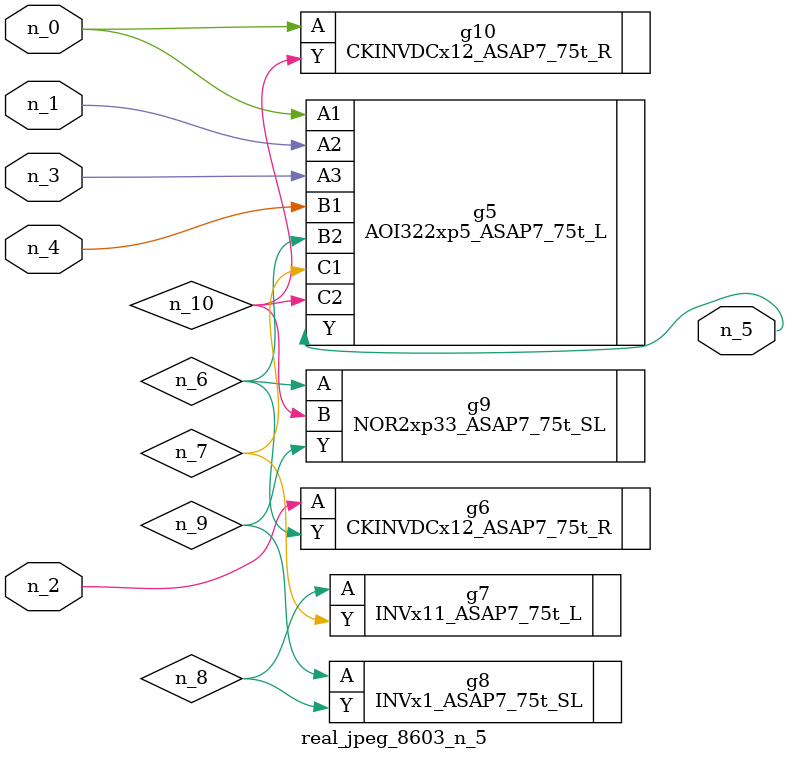
<source format=v>
module real_jpeg_8603_n_5 (n_4, n_0, n_1, n_2, n_3, n_5);

input n_4;
input n_0;
input n_1;
input n_2;
input n_3;

output n_5;

wire n_8;
wire n_6;
wire n_7;
wire n_10;
wire n_9;

AOI322xp5_ASAP7_75t_L g5 ( 
.A1(n_0),
.A2(n_1),
.A3(n_3),
.B1(n_4),
.B2(n_6),
.C1(n_7),
.C2(n_10),
.Y(n_5)
);

CKINVDCx12_ASAP7_75t_R g10 ( 
.A(n_0),
.Y(n_10)
);

CKINVDCx12_ASAP7_75t_R g6 ( 
.A(n_2),
.Y(n_6)
);

NOR2xp33_ASAP7_75t_SL g9 ( 
.A(n_6),
.B(n_10),
.Y(n_9)
);

INVx11_ASAP7_75t_L g7 ( 
.A(n_8),
.Y(n_7)
);

INVx1_ASAP7_75t_SL g8 ( 
.A(n_9),
.Y(n_8)
);


endmodule
</source>
